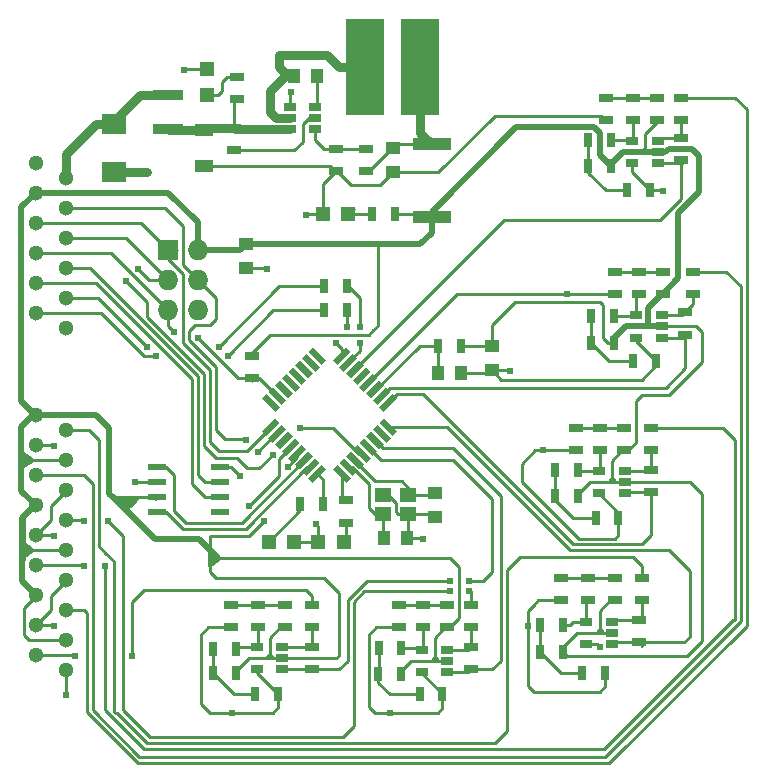
<source format=gbr>
G04 #@! TF.FileFunction,Copper,L1,Top,Signal*
%FSLAX46Y46*%
G04 Gerber Fmt 4.6, Leading zero omitted, Abs format (unit mm)*
G04 Created by KiCad (PCBNEW 4.0.7-e2-6376~58~ubuntu16.04.1) date Tue Dec  5 20:34:02 2017*
%MOMM*%
%LPD*%
G01*
G04 APERTURE LIST*
%ADD10C,0.100000*%
%ADD11R,1.550000X0.600000*%
%ADD12R,1.060000X0.650000*%
%ADD13R,1.250000X1.000000*%
%ADD14R,1.000000X1.250000*%
%ADD15R,1.600000X1.000000*%
%ADD16R,2.159000X1.778000*%
%ADD17R,1.200000X1.200000*%
%ADD18R,2.500000X0.900000*%
%ADD19C,1.300000*%
%ADD20R,3.300000X8.200000*%
%ADD21R,1.727200X1.727200*%
%ADD22O,1.727200X1.727200*%
%ADD23R,1.300000X0.700000*%
%ADD24R,0.700000X1.300000*%
%ADD25R,3.200000X1.000000*%
%ADD26R,1.400000X1.200000*%
%ADD27C,0.609600*%
%ADD28C,0.508000*%
%ADD29C,0.254000*%
%ADD30C,0.762000*%
G04 APERTURE END LIST*
D10*
D11*
X125316000Y-108839000D03*
X125316000Y-110109000D03*
X125316000Y-111379000D03*
X125316000Y-112649000D03*
X130716000Y-112649000D03*
X130716000Y-111379000D03*
X130716000Y-110109000D03*
X130716000Y-108839000D03*
D10*
G36*
X134597666Y-106179445D02*
X134208757Y-105790536D01*
X135340128Y-104659165D01*
X135729037Y-105048074D01*
X134597666Y-106179445D01*
X134597666Y-106179445D01*
G37*
G36*
X135163352Y-106745130D02*
X134774443Y-106356221D01*
X135905814Y-105224850D01*
X136294723Y-105613759D01*
X135163352Y-106745130D01*
X135163352Y-106745130D01*
G37*
G36*
X135729037Y-107310816D02*
X135340128Y-106921907D01*
X136471499Y-105790536D01*
X136860408Y-106179445D01*
X135729037Y-107310816D01*
X135729037Y-107310816D01*
G37*
G36*
X136294722Y-107876501D02*
X135905813Y-107487592D01*
X137037184Y-106356221D01*
X137426093Y-106745130D01*
X136294722Y-107876501D01*
X136294722Y-107876501D01*
G37*
G36*
X136860408Y-108442187D02*
X136471499Y-108053278D01*
X137602870Y-106921907D01*
X137991779Y-107310816D01*
X136860408Y-108442187D01*
X136860408Y-108442187D01*
G37*
G36*
X137426093Y-109007872D02*
X137037184Y-108618963D01*
X138168555Y-107487592D01*
X138557464Y-107876501D01*
X137426093Y-109007872D01*
X137426093Y-109007872D01*
G37*
G36*
X137991779Y-109573557D02*
X137602870Y-109184648D01*
X138734241Y-108053277D01*
X139123150Y-108442186D01*
X137991779Y-109573557D01*
X137991779Y-109573557D01*
G37*
G36*
X138557464Y-110139243D02*
X138168555Y-109750334D01*
X139299926Y-108618963D01*
X139688835Y-109007872D01*
X138557464Y-110139243D01*
X138557464Y-110139243D01*
G37*
G36*
X141739445Y-109750334D02*
X141350536Y-110139243D01*
X140219165Y-109007872D01*
X140608074Y-108618963D01*
X141739445Y-109750334D01*
X141739445Y-109750334D01*
G37*
G36*
X142305130Y-109184648D02*
X141916221Y-109573557D01*
X140784850Y-108442186D01*
X141173759Y-108053277D01*
X142305130Y-109184648D01*
X142305130Y-109184648D01*
G37*
G36*
X142870816Y-108618963D02*
X142481907Y-109007872D01*
X141350536Y-107876501D01*
X141739445Y-107487592D01*
X142870816Y-108618963D01*
X142870816Y-108618963D01*
G37*
G36*
X143436501Y-108053278D02*
X143047592Y-108442187D01*
X141916221Y-107310816D01*
X142305130Y-106921907D01*
X143436501Y-108053278D01*
X143436501Y-108053278D01*
G37*
G36*
X144002187Y-107487592D02*
X143613278Y-107876501D01*
X142481907Y-106745130D01*
X142870816Y-106356221D01*
X144002187Y-107487592D01*
X144002187Y-107487592D01*
G37*
G36*
X144567872Y-106921907D02*
X144178963Y-107310816D01*
X143047592Y-106179445D01*
X143436501Y-105790536D01*
X144567872Y-106921907D01*
X144567872Y-106921907D01*
G37*
G36*
X145133557Y-106356221D02*
X144744648Y-106745130D01*
X143613277Y-105613759D01*
X144002186Y-105224850D01*
X145133557Y-106356221D01*
X145133557Y-106356221D01*
G37*
G36*
X145699243Y-105790536D02*
X145310334Y-106179445D01*
X144178963Y-105048074D01*
X144567872Y-104659165D01*
X145699243Y-105790536D01*
X145699243Y-105790536D01*
G37*
G36*
X144567872Y-104128835D02*
X144178963Y-103739926D01*
X145310334Y-102608555D01*
X145699243Y-102997464D01*
X144567872Y-104128835D01*
X144567872Y-104128835D01*
G37*
G36*
X144002186Y-103563150D02*
X143613277Y-103174241D01*
X144744648Y-102042870D01*
X145133557Y-102431779D01*
X144002186Y-103563150D01*
X144002186Y-103563150D01*
G37*
G36*
X143436501Y-102997464D02*
X143047592Y-102608555D01*
X144178963Y-101477184D01*
X144567872Y-101866093D01*
X143436501Y-102997464D01*
X143436501Y-102997464D01*
G37*
G36*
X142870816Y-102431779D02*
X142481907Y-102042870D01*
X143613278Y-100911499D01*
X144002187Y-101300408D01*
X142870816Y-102431779D01*
X142870816Y-102431779D01*
G37*
G36*
X142305130Y-101866093D02*
X141916221Y-101477184D01*
X143047592Y-100345813D01*
X143436501Y-100734722D01*
X142305130Y-101866093D01*
X142305130Y-101866093D01*
G37*
G36*
X141739445Y-101300408D02*
X141350536Y-100911499D01*
X142481907Y-99780128D01*
X142870816Y-100169037D01*
X141739445Y-101300408D01*
X141739445Y-101300408D01*
G37*
G36*
X141173759Y-100734723D02*
X140784850Y-100345814D01*
X141916221Y-99214443D01*
X142305130Y-99603352D01*
X141173759Y-100734723D01*
X141173759Y-100734723D01*
G37*
G36*
X140608074Y-100169037D02*
X140219165Y-99780128D01*
X141350536Y-98648757D01*
X141739445Y-99037666D01*
X140608074Y-100169037D01*
X140608074Y-100169037D01*
G37*
G36*
X139688835Y-99780128D02*
X139299926Y-100169037D01*
X138168555Y-99037666D01*
X138557464Y-98648757D01*
X139688835Y-99780128D01*
X139688835Y-99780128D01*
G37*
G36*
X139123150Y-100345814D02*
X138734241Y-100734723D01*
X137602870Y-99603352D01*
X137991779Y-99214443D01*
X139123150Y-100345814D01*
X139123150Y-100345814D01*
G37*
G36*
X138557464Y-100911499D02*
X138168555Y-101300408D01*
X137037184Y-100169037D01*
X137426093Y-99780128D01*
X138557464Y-100911499D01*
X138557464Y-100911499D01*
G37*
G36*
X137991779Y-101477184D02*
X137602870Y-101866093D01*
X136471499Y-100734722D01*
X136860408Y-100345813D01*
X137991779Y-101477184D01*
X137991779Y-101477184D01*
G37*
G36*
X137426093Y-102042870D02*
X137037184Y-102431779D01*
X135905813Y-101300408D01*
X136294722Y-100911499D01*
X137426093Y-102042870D01*
X137426093Y-102042870D01*
G37*
G36*
X136860408Y-102608555D02*
X136471499Y-102997464D01*
X135340128Y-101866093D01*
X135729037Y-101477184D01*
X136860408Y-102608555D01*
X136860408Y-102608555D01*
G37*
G36*
X136294723Y-103174241D02*
X135905814Y-103563150D01*
X134774443Y-102431779D01*
X135163352Y-102042870D01*
X136294723Y-103174241D01*
X136294723Y-103174241D01*
G37*
G36*
X135729037Y-103739926D02*
X135340128Y-104128835D01*
X134208757Y-102997464D01*
X134597666Y-102608555D01*
X135729037Y-103739926D01*
X135729037Y-103739926D01*
G37*
D12*
X136568000Y-78298000D03*
X136568000Y-79248000D03*
X136568000Y-80198000D03*
X138768000Y-80198000D03*
X138768000Y-78298000D03*
X138768000Y-79248000D03*
D13*
X153670000Y-98568000D03*
X153670000Y-100568000D03*
D14*
X149114000Y-100838000D03*
X151114000Y-100838000D03*
D15*
X129286000Y-80288000D03*
X129286000Y-83288000D03*
D13*
X132842000Y-89932000D03*
X132842000Y-91932000D03*
D14*
X138922000Y-75692000D03*
X136922000Y-75692000D03*
D13*
X145288000Y-81804000D03*
X145288000Y-83804000D03*
X148844000Y-111014000D03*
X148844000Y-113014000D03*
D14*
X144542000Y-114808000D03*
X146542000Y-114808000D03*
D16*
X121666000Y-83820000D03*
X121666000Y-79756000D03*
D17*
X129540000Y-77300000D03*
X129540000Y-75100000D03*
X141562000Y-87376000D03*
X139362000Y-87376000D03*
D18*
X126238000Y-77290000D03*
X126238000Y-80190000D03*
D19*
X115062000Y-109474000D03*
X115062000Y-106934000D03*
X115062000Y-104394000D03*
X115062000Y-112014000D03*
X117602000Y-105664000D03*
X117602000Y-108204000D03*
X117602000Y-110744000D03*
X117602000Y-113284000D03*
X115062000Y-114554000D03*
X117602000Y-115824000D03*
X115062000Y-117094000D03*
X117602000Y-118364000D03*
X115062000Y-119634000D03*
X117602000Y-120904000D03*
X115062000Y-122174000D03*
X117602000Y-123444000D03*
X115062000Y-124714000D03*
X117602000Y-125984000D03*
X115062000Y-88138000D03*
X115062000Y-85598000D03*
X115062000Y-83058000D03*
X115062000Y-90678000D03*
X117602000Y-84328000D03*
X117602000Y-86868000D03*
X117602000Y-89408000D03*
X117602000Y-91948000D03*
X115062000Y-93218000D03*
X117602000Y-94488000D03*
X115062000Y-95758000D03*
X117602000Y-97028000D03*
D20*
X142938000Y-74930000D03*
X147638000Y-74930000D03*
D21*
X126238000Y-90424000D03*
D22*
X128778000Y-90424000D03*
X126238000Y-92964000D03*
X128778000Y-92964000D03*
X126238000Y-95504000D03*
X128778000Y-95504000D03*
D23*
X132080000Y-77658000D03*
X132080000Y-75758000D03*
D24*
X151064000Y-98552000D03*
X149164000Y-98552000D03*
X139512000Y-95504000D03*
X141412000Y-95504000D03*
D23*
X131826000Y-80076000D03*
X131826000Y-81976000D03*
D24*
X139512000Y-93472000D03*
X141412000Y-93472000D03*
D23*
X140462000Y-81854000D03*
X140462000Y-83754000D03*
X143002000Y-81854000D03*
X143002000Y-83754000D03*
D25*
X148590000Y-87682000D03*
X148590000Y-81482000D03*
D24*
X145476000Y-87376000D03*
X143576000Y-87376000D03*
D23*
X133350000Y-99380000D03*
X133350000Y-101280000D03*
D24*
X159700000Y-124460000D03*
X157800000Y-124460000D03*
X161356000Y-126238000D03*
X163256000Y-126238000D03*
X164018000Y-98298000D03*
X162118000Y-98298000D03*
X165674000Y-99822000D03*
X167574000Y-99822000D03*
X145984000Y-126301500D03*
X144084000Y-126301500D03*
X147576500Y-128016000D03*
X149476500Y-128016000D03*
D23*
X166370000Y-120076000D03*
X166370000Y-118176000D03*
X170751500Y-94168000D03*
X170751500Y-92268000D03*
X151892000Y-122362000D03*
X151892000Y-120462000D03*
D24*
X159700000Y-122174000D03*
X157800000Y-122174000D03*
X164018000Y-96012000D03*
X162118000Y-96012000D03*
D23*
X164084000Y-120076000D03*
X164084000Y-118176000D03*
X168148000Y-94168000D03*
X168148000Y-92268000D03*
D24*
X146032500Y-124157000D03*
X144132500Y-124157000D03*
D23*
X161798000Y-120076000D03*
X161798000Y-118176000D03*
X166116000Y-94168000D03*
X166116000Y-92268000D03*
X149860000Y-122362000D03*
X149860000Y-120462000D03*
X159512000Y-118176000D03*
X159512000Y-120076000D03*
X164084000Y-92268000D03*
X164084000Y-94168000D03*
X147828000Y-122362000D03*
X147828000Y-120462000D03*
X166116000Y-123632000D03*
X166116000Y-121732000D03*
X170044500Y-97594500D03*
X170044500Y-95694500D03*
X145796000Y-120462000D03*
X145796000Y-122362000D03*
X151892000Y-125918000D03*
X151892000Y-124018000D03*
D24*
X160970000Y-111252000D03*
X159070000Y-111252000D03*
X162499000Y-113093500D03*
X164399000Y-113093500D03*
X163764000Y-83312000D03*
X161864000Y-83312000D03*
X165166000Y-85344000D03*
X167066000Y-85344000D03*
X132014000Y-126238000D03*
X130114000Y-126238000D03*
X133670000Y-128016000D03*
X135570000Y-128016000D03*
D23*
X167132000Y-107376000D03*
X167132000Y-105476000D03*
X169672000Y-79436000D03*
X169672000Y-77536000D03*
D24*
X160971500Y-109085000D03*
X159071500Y-109085000D03*
X163765500Y-81145000D03*
X161865500Y-81145000D03*
D23*
X138430000Y-122362000D03*
X138430000Y-120462000D03*
X164846000Y-107376000D03*
X164846000Y-105476000D03*
X167640000Y-79436000D03*
X167640000Y-77536000D03*
X162814000Y-107376000D03*
X162814000Y-105476000D03*
X165608000Y-79436000D03*
X165608000Y-77536000D03*
D24*
X132014000Y-124206000D03*
X130114000Y-124206000D03*
D23*
X136144000Y-122362000D03*
X136144000Y-120462000D03*
X160782000Y-105476000D03*
X160782000Y-107376000D03*
X163322000Y-77536000D03*
X163322000Y-79436000D03*
X133858000Y-122362000D03*
X133858000Y-120462000D03*
X167132000Y-110932000D03*
X167132000Y-109032000D03*
X169673500Y-82857000D03*
X169673500Y-80957000D03*
X131572000Y-120462000D03*
X131572000Y-122362000D03*
X138430000Y-125918000D03*
X138430000Y-124018000D03*
D12*
X163844000Y-123818000D03*
X163844000Y-122868000D03*
X163844000Y-121918000D03*
X161644000Y-121918000D03*
X161644000Y-123818000D03*
X168096500Y-97848500D03*
X168096500Y-96898500D03*
X168096500Y-95948500D03*
X165896500Y-95948500D03*
X165896500Y-97848500D03*
X149944000Y-126172000D03*
X149944000Y-125222000D03*
X149944000Y-124272000D03*
X147744000Y-124272000D03*
X147744000Y-126172000D03*
X164931500Y-111051000D03*
X164931500Y-110101000D03*
X164931500Y-109151000D03*
X162731500Y-109151000D03*
X162731500Y-111051000D03*
X167725500Y-83111000D03*
X167725500Y-82161000D03*
X167725500Y-81211000D03*
X165525500Y-81211000D03*
X165525500Y-83111000D03*
X135974000Y-125918000D03*
X135974000Y-124968000D03*
X135974000Y-124018000D03*
X133774000Y-124018000D03*
X133774000Y-125918000D03*
D26*
X146642000Y-111214000D03*
X144442000Y-111214000D03*
X144442000Y-112814000D03*
X146642000Y-112814000D03*
D17*
X134790000Y-115128000D03*
X136990000Y-115128000D03*
X141181000Y-115128000D03*
X138981000Y-115128000D03*
D24*
X139380000Y-111953000D03*
X137480000Y-111953000D03*
D23*
X141351000Y-111638000D03*
X141351000Y-113538000D03*
D27*
X133096000Y-112080000D03*
X134366000Y-113350000D03*
X124523500Y-83820000D03*
X127635000Y-75184000D03*
X160083500Y-94170500D03*
X138811000Y-113604000D03*
X131699000Y-129606000D03*
X145034000Y-129606000D03*
X156718000Y-122240000D03*
X136398000Y-108778000D03*
X117602000Y-128082000D03*
X116586000Y-122240000D03*
X116586000Y-114620000D03*
X116586000Y-107000000D03*
X147828000Y-114874000D03*
X132334000Y-109540000D03*
X123444000Y-110048000D03*
X162814000Y-124018000D03*
X157988000Y-107376000D03*
X155194000Y-100650000D03*
X168148000Y-85410000D03*
X137922000Y-87442000D03*
X134620000Y-92014000D03*
X136652000Y-77028000D03*
X133858000Y-107508000D03*
X132842000Y-106492000D03*
X137414000Y-105476000D03*
X135128000Y-107762000D03*
X123698000Y-92014000D03*
X122682000Y-93030000D03*
X151765000Y-118430000D03*
X150114000Y-118430000D03*
X142494000Y-98298000D03*
X142494000Y-96964500D03*
X140462000Y-98298000D03*
X141414500Y-96964500D03*
X128778000Y-97856000D03*
X126746000Y-97348000D03*
X151765000Y-119319000D03*
X150114000Y-119319000D03*
X119126000Y-113350000D03*
X121158000Y-113350000D03*
X119126000Y-117160000D03*
X120904000Y-117160000D03*
X118364000Y-124780000D03*
X123190000Y-124780000D03*
X130556000Y-98618000D03*
X124460000Y-98618000D03*
X131318000Y-99380000D03*
X125222000Y-99380000D03*
D28*
X121285000Y-111061500D02*
X121602500Y-111379000D01*
X121602500Y-111379000D02*
X125158500Y-114935000D01*
D29*
X125316000Y-111379000D02*
X121602500Y-111379000D01*
X117602000Y-108204000D02*
X114300000Y-108204000D01*
X114300000Y-108204000D02*
X113855500Y-107759500D01*
D28*
X164018000Y-98298000D02*
X164018000Y-97919500D01*
X164018000Y-97919500D02*
X165039000Y-96898500D01*
X165039000Y-96898500D02*
X168096500Y-96898500D01*
X168148000Y-94168000D02*
X168087000Y-94168000D01*
X168087000Y-94168000D02*
X166878000Y-95377000D01*
X166878000Y-95377000D02*
X166878000Y-96586000D01*
X167725500Y-82161000D02*
X168346500Y-82161000D01*
X169481500Y-92834500D02*
X168148000Y-94168000D01*
X169481500Y-87312500D02*
X169481500Y-92834500D01*
X171259500Y-85534500D02*
X169481500Y-87312500D01*
X171259500Y-82486500D02*
X171259500Y-85534500D01*
X170624500Y-81851500D02*
X171259500Y-82486500D01*
X168656000Y-81851500D02*
X170624500Y-81851500D01*
X168346500Y-82161000D02*
X168656000Y-81851500D01*
X163764000Y-83312000D02*
X163764000Y-83190000D01*
X163764000Y-83190000D02*
X164793000Y-82161000D01*
X164793000Y-82161000D02*
X167725500Y-82161000D01*
X148590000Y-87682000D02*
X148590000Y-87185500D01*
X148590000Y-87185500D02*
X155765500Y-80010000D01*
X162814000Y-82362000D02*
X163764000Y-83312000D01*
X162814000Y-80518000D02*
X162814000Y-82362000D01*
X162306000Y-80010000D02*
X162814000Y-80518000D01*
X155765500Y-80010000D02*
X162306000Y-80010000D01*
D29*
X143638250Y-97219750D02*
X143256000Y-97602000D01*
X143256000Y-97602000D02*
X140020000Y-97602000D01*
X133350000Y-99126000D02*
X134874000Y-97602000D01*
X134874000Y-97602000D02*
X140020000Y-97602000D01*
X143638250Y-97219750D02*
X144018000Y-96840000D01*
X144018000Y-96840000D02*
X144018000Y-89932000D01*
X144526000Y-89932000D02*
X144018000Y-89932000D01*
X147624000Y-89932000D02*
X144526000Y-89932000D01*
D28*
X132842000Y-89932000D02*
X144065500Y-89932000D01*
X144065500Y-89932000D02*
X147624000Y-89932000D01*
X147624000Y-89932000D02*
X148590000Y-88966000D01*
X148590000Y-88966000D02*
X148590000Y-87682000D01*
X128778000Y-90424000D02*
X132350000Y-90424000D01*
X132350000Y-90424000D02*
X132842000Y-89932000D01*
X115062000Y-85598000D02*
X126301500Y-85598000D01*
X128778000Y-88074500D02*
X128778000Y-90424000D01*
X126301500Y-85598000D02*
X128778000Y-88074500D01*
D29*
X122745500Y-111569500D02*
X123571000Y-111569500D01*
D28*
X115062000Y-104394000D02*
X120205500Y-104394000D01*
X128905000Y-114935000D02*
X130495000Y-116525000D01*
X125158500Y-114935000D02*
X128905000Y-114935000D01*
X121285000Y-105473500D02*
X121285000Y-111061500D01*
X120205500Y-104394000D02*
X121285000Y-105473500D01*
X115062000Y-112014000D02*
X114998500Y-112014000D01*
X114998500Y-112014000D02*
X113919000Y-113093500D01*
X113919000Y-118491000D02*
X115062000Y-119634000D01*
X113919000Y-113093500D02*
X113919000Y-118491000D01*
X115062000Y-104394000D02*
X114871500Y-104394000D01*
X114871500Y-104394000D02*
X113855500Y-105410000D01*
X113855500Y-105410000D02*
X113855500Y-107759500D01*
X113855500Y-110807500D02*
X115062000Y-112014000D01*
X113855500Y-107759500D02*
X113855500Y-110807500D01*
X115062000Y-104394000D02*
X114996000Y-104394000D01*
X114996000Y-104394000D02*
X113855500Y-103253500D01*
X113855500Y-86804500D02*
X115062000Y-85598000D01*
X113855500Y-103253500D02*
X113855500Y-86804500D01*
D29*
X122745500Y-111950500D02*
X123190000Y-111950500D01*
X123063000Y-111950500D02*
X123063000Y-112077500D01*
X123190000Y-111950500D02*
X123063000Y-111950500D01*
X122745500Y-111760000D02*
X123380500Y-111760000D01*
X123380500Y-111760000D02*
X123190000Y-111760000D01*
X123444000Y-111633000D02*
X123444000Y-111696500D01*
X123507500Y-111633000D02*
X123444000Y-111633000D01*
X123571000Y-111569500D02*
X123507500Y-111633000D01*
X122745500Y-112395000D02*
X123063000Y-112077500D01*
X123063000Y-112077500D02*
X123444000Y-111696500D01*
X123444000Y-111696500D02*
X123761500Y-111379000D01*
X123761500Y-111379000D02*
X123698000Y-111379000D01*
X123571000Y-111506000D02*
X123571000Y-111379000D01*
X123698000Y-111379000D02*
X123571000Y-111506000D01*
X122745500Y-111379000D02*
X122745500Y-111569500D01*
X122745500Y-111569500D02*
X122745500Y-111760000D01*
X122745500Y-111760000D02*
X122745500Y-111950500D01*
X122745500Y-111950500D02*
X122745500Y-112395000D01*
X122745500Y-112395000D02*
X122745500Y-112397500D01*
X122745500Y-112397500D02*
X122745500Y-112268000D01*
X122745500Y-112268000D02*
X122745500Y-112397500D01*
X122301000Y-111379000D02*
X122364500Y-111379000D01*
X122364500Y-111379000D02*
X122682000Y-111696500D01*
X122301000Y-111379000D02*
X122301000Y-111379000D01*
X122301000Y-111379000D02*
X122301000Y-111506000D01*
X122301000Y-111506000D02*
X122682000Y-111887000D01*
X121855250Y-111507250D02*
X122048250Y-111507250D01*
X122048250Y-111507250D02*
X122618500Y-112077500D01*
X135255000Y-124968000D02*
X135191500Y-124968000D01*
X135191500Y-124968000D02*
X134874000Y-124650500D01*
X134556500Y-124968000D02*
X134874000Y-124650500D01*
X134810500Y-124714000D02*
X134874000Y-124714000D01*
X134874000Y-124650500D02*
X134810500Y-124714000D01*
X149098000Y-125222000D02*
X149098000Y-125158500D01*
X149098000Y-125158500D02*
X148844000Y-124904500D01*
X148590000Y-125222000D02*
X148590000Y-125158500D01*
X148590000Y-125158500D02*
X148844000Y-124904500D01*
X163068000Y-122868000D02*
X163068000Y-122809000D01*
X163068000Y-122809000D02*
X162814000Y-122555000D01*
X162560000Y-122868000D02*
X162560000Y-122809000D01*
X162560000Y-122809000D02*
X162814000Y-122555000D01*
X164084000Y-110101000D02*
X164084000Y-109982000D01*
X164084000Y-109982000D02*
X163830000Y-109728000D01*
X163576000Y-110101000D02*
X163576000Y-109982000D01*
X163576000Y-109982000D02*
X163830000Y-109728000D01*
X166941500Y-82161000D02*
X166941500Y-82105500D01*
X166941500Y-82105500D02*
X166624000Y-81788000D01*
X166306500Y-82161000D02*
X166306500Y-82105500D01*
X166306500Y-82105500D02*
X166624000Y-81788000D01*
X156019500Y-94808000D02*
X155636000Y-94808000D01*
X153670000Y-96774000D02*
X153670000Y-98568000D01*
X155636000Y-94808000D02*
X153670000Y-96774000D01*
X122745500Y-112397500D02*
X121855250Y-111507250D01*
X121855250Y-111507250D02*
X121539000Y-111191000D01*
X149860000Y-122362000D02*
X150119000Y-122362000D01*
X150119000Y-122362000D02*
X150876000Y-121605000D01*
X150876000Y-121605000D02*
X150876000Y-117287000D01*
X150876000Y-117287000D02*
X150114000Y-116525000D01*
X150114000Y-116525000D02*
X130495000Y-116525000D01*
X130495000Y-116525000D02*
X129794000Y-116525000D01*
X161544000Y-124780000D02*
X160020000Y-124780000D01*
X160020000Y-124780000D02*
X159700000Y-124460000D01*
X159700000Y-124460000D02*
X159700000Y-124084000D01*
X159700000Y-124084000D02*
X160916000Y-122868000D01*
X160916000Y-122868000D02*
X162560000Y-122868000D01*
X162560000Y-122868000D02*
X163068000Y-122868000D01*
X163068000Y-122868000D02*
X163844000Y-122868000D01*
X115062000Y-119634000D02*
X115062000Y-119700000D01*
X115062000Y-119700000D02*
X114046000Y-120716000D01*
X114488000Y-123444000D02*
X117602000Y-123444000D01*
X114046000Y-123002000D02*
X114488000Y-123444000D01*
X114046000Y-120716000D02*
X114046000Y-123002000D01*
X114046000Y-116652000D02*
X114046000Y-113030000D01*
X114046000Y-113030000D02*
X115062000Y-112014000D01*
X149860000Y-122362000D02*
X149992000Y-122362000D01*
X164846000Y-107376000D02*
X165232000Y-107376000D01*
X165232000Y-107376000D02*
X165862000Y-106746000D01*
X171000500Y-96898500D02*
X168096500Y-96898500D01*
X171450000Y-97348000D02*
X171000500Y-96898500D01*
X171450000Y-99888000D02*
X171450000Y-97348000D01*
X168656000Y-102682000D02*
X171450000Y-99888000D01*
X166370000Y-102682000D02*
X168656000Y-102682000D01*
X165862000Y-103190000D02*
X166370000Y-102682000D01*
X165862000Y-106746000D02*
X165862000Y-103190000D01*
X170487000Y-110101000D02*
X164931500Y-110101000D01*
X171450000Y-111064000D02*
X170487000Y-110101000D01*
X171450000Y-123510000D02*
X171450000Y-111064000D01*
X170180000Y-124780000D02*
X171450000Y-123510000D01*
X161544000Y-124780000D02*
X170180000Y-124780000D01*
X168148000Y-94168000D02*
X168534000Y-94168000D01*
X115062000Y-112014000D02*
X114742000Y-112014000D01*
X115062000Y-119634000D02*
X114742000Y-119634000D01*
X114620000Y-115824000D02*
X117602000Y-115824000D01*
X114046000Y-116398000D02*
X114620000Y-115824000D01*
X114046000Y-116652000D02*
X114046000Y-116398000D01*
X133350000Y-114366000D02*
X134366000Y-113350000D01*
X135636000Y-108146314D02*
X136665953Y-107116361D01*
X135636000Y-109540000D02*
X135636000Y-108146314D01*
X133096000Y-112080000D02*
X135636000Y-109540000D01*
X135974000Y-124968000D02*
X140528000Y-124968000D01*
X140528000Y-124968000D02*
X140716000Y-124780000D01*
X140716000Y-124780000D02*
X140716000Y-119446000D01*
X140716000Y-119446000D02*
X139446000Y-118176000D01*
X139446000Y-118176000D02*
X138176000Y-118176000D01*
X138176000Y-118176000D02*
X130302000Y-118176000D01*
X130302000Y-118176000D02*
X129794000Y-117668000D01*
X129794000Y-117668000D02*
X129794000Y-116652000D01*
X129794000Y-116652000D02*
X129794000Y-116525000D01*
X129794000Y-116525000D02*
X129794000Y-114620000D01*
X115062000Y-119192000D02*
X115062000Y-119634000D01*
X115062000Y-112014000D02*
X115128000Y-112014000D01*
X133350000Y-99380000D02*
X133350000Y-99126000D01*
X167640000Y-79436000D02*
X167640000Y-79568000D01*
X167640000Y-79568000D02*
X166624000Y-80584000D01*
X166624000Y-80584000D02*
X166624000Y-81788000D01*
X166624000Y-81788000D02*
X166624000Y-82161000D01*
X163764000Y-83190000D02*
X164793000Y-82161000D01*
X166306500Y-82161000D02*
X166624000Y-82161000D01*
X166624000Y-82161000D02*
X166941500Y-82161000D01*
X166941500Y-82161000D02*
X167725500Y-82161000D01*
X168148000Y-94168000D02*
X168148000Y-94300000D01*
X166878000Y-96586000D02*
X166878000Y-96898500D01*
X164018000Y-98298000D02*
X164018000Y-98176000D01*
X166878000Y-96898500D02*
X167132000Y-96898500D01*
X167132000Y-96898500D02*
X168096500Y-96898500D01*
X164846000Y-107376000D02*
X164724000Y-107376000D01*
X164724000Y-107376000D02*
X163830000Y-108270000D01*
X163830000Y-108270000D02*
X163830000Y-109728000D01*
X163830000Y-109728000D02*
X163830000Y-110101000D01*
X160970000Y-111252000D02*
X160970000Y-111130000D01*
X160970000Y-111130000D02*
X161999000Y-110101000D01*
X161999000Y-110101000D02*
X163576000Y-110101000D01*
X163576000Y-110101000D02*
X163830000Y-110101000D01*
X163830000Y-110101000D02*
X164084000Y-110101000D01*
X164084000Y-110101000D02*
X164931500Y-110101000D01*
X164084000Y-120076000D02*
X163708000Y-120076000D01*
X163708000Y-120076000D02*
X162814000Y-120970000D01*
X162814000Y-120970000D02*
X162814000Y-122555000D01*
X162814000Y-122555000D02*
X162814000Y-122868000D01*
X162814000Y-122868000D02*
X163844000Y-122868000D01*
X149860000Y-122362000D02*
X149738000Y-122362000D01*
X149738000Y-122362000D02*
X148844000Y-123256000D01*
X148844000Y-123256000D02*
X148844000Y-124904500D01*
X148844000Y-124904500D02*
X148844000Y-125222000D01*
X145984000Y-126301500D02*
X145984000Y-126116000D01*
X145984000Y-126116000D02*
X146878000Y-125222000D01*
X146878000Y-125222000D02*
X148590000Y-125222000D01*
X148590000Y-125222000D02*
X148844000Y-125222000D01*
X148844000Y-125222000D02*
X149098000Y-125222000D01*
X149098000Y-125222000D02*
X149944000Y-125222000D01*
X136144000Y-122362000D02*
X135768000Y-122362000D01*
X135768000Y-122362000D02*
X134874000Y-123256000D01*
X134874000Y-123256000D02*
X134874000Y-124714000D01*
X134874000Y-124714000D02*
X134874000Y-124968000D01*
X132014000Y-126238000D02*
X132014000Y-126116000D01*
X132014000Y-126116000D02*
X133162000Y-124968000D01*
X133162000Y-124968000D02*
X134556500Y-124968000D01*
X134556500Y-124968000D02*
X134874000Y-124968000D01*
X134874000Y-124968000D02*
X135255000Y-124968000D01*
X135255000Y-124968000D02*
X135974000Y-124968000D01*
X123571000Y-111379000D02*
X122745500Y-111379000D01*
X122745500Y-111379000D02*
X122301000Y-111379000D01*
X122301000Y-111379000D02*
X121727000Y-111379000D01*
X121727000Y-111379000D02*
X121539000Y-111191000D01*
X117602000Y-108204000D02*
X117602000Y-108016000D01*
X115062000Y-112014000D02*
X115382000Y-112014000D01*
X117602000Y-115824000D02*
X117536000Y-115824000D01*
X115062000Y-119634000D02*
X115062000Y-119192000D01*
X117602000Y-123444000D02*
X117602000Y-123256000D01*
X164084000Y-120076000D02*
X164216000Y-120076000D01*
X145984000Y-126301500D02*
X145793500Y-126301500D01*
X164018000Y-98298000D02*
X163510000Y-98298000D01*
X162814000Y-94808000D02*
X159258000Y-94808000D01*
X163068000Y-95062000D02*
X162814000Y-94808000D01*
X163068000Y-97856000D02*
X163068000Y-95062000D01*
X163510000Y-98298000D02*
X163068000Y-97856000D01*
X159258000Y-94808000D02*
X156019500Y-94808000D01*
X129270000Y-89932000D02*
X128778000Y-90424000D01*
X148590000Y-87682000D02*
X148590000Y-88966000D01*
X148336000Y-89220000D02*
X147624000Y-89932000D01*
X148590000Y-88966000D02*
X148336000Y-89220000D01*
X136665953Y-107116361D02*
X136665953Y-107240047D01*
X133096000Y-114620000D02*
X130556000Y-114620000D01*
X133350000Y-114366000D02*
X133096000Y-114620000D01*
X130556000Y-114620000D02*
X130302000Y-114620000D01*
X130302000Y-114620000D02*
X129794000Y-114620000D01*
X125173000Y-111522000D02*
X125316000Y-111379000D01*
X151064000Y-98552000D02*
X153654000Y-98552000D01*
X153654000Y-98552000D02*
X153670000Y-98568000D01*
D28*
X149860000Y-122362000D02*
X149860000Y-122428000D01*
X145984000Y-126301500D02*
X145986500Y-126301500D01*
X164084000Y-120076000D02*
X163896000Y-120076000D01*
X164846000Y-107376000D02*
X164658000Y-107376000D01*
X160970000Y-111252000D02*
X160970000Y-111064000D01*
X168148000Y-94168000D02*
X167960000Y-94168000D01*
X167640000Y-79436000D02*
X167640000Y-79502000D01*
X163764000Y-83312000D02*
X163764000Y-83124000D01*
D29*
X145476000Y-87376000D02*
X148284000Y-87376000D01*
X148284000Y-87376000D02*
X148590000Y-87682000D01*
D30*
X121666000Y-83820000D02*
X124523500Y-83820000D01*
D29*
X127952500Y-75100000D02*
X127719000Y-75100000D01*
X127719000Y-75100000D02*
X127635000Y-75184000D01*
X160083500Y-94170500D02*
X160083500Y-94168000D01*
X138981000Y-113774000D02*
X138981000Y-115128000D01*
X138811000Y-113604000D02*
X138981000Y-113774000D01*
X136990000Y-115128000D02*
X138981000Y-115128000D01*
X156718000Y-121478000D02*
X156718000Y-122240000D01*
X137231639Y-107682047D02*
X137231639Y-107944361D01*
X137231639Y-107944361D02*
X136398000Y-108778000D01*
X144442000Y-111214000D02*
X144930000Y-111214000D01*
X144930000Y-111214000D02*
X145542000Y-111826000D01*
X145542000Y-111826000D02*
X145542000Y-112588000D01*
X145542000Y-112588000D02*
X145768000Y-112814000D01*
X145768000Y-112814000D02*
X146642000Y-112814000D01*
X117602000Y-125984000D02*
X117602000Y-128082000D01*
X115062000Y-122174000D02*
X116520000Y-122174000D01*
X116520000Y-122174000D02*
X116586000Y-122240000D01*
X117602000Y-118364000D02*
X117602000Y-118430000D01*
X117602000Y-118430000D02*
X116332000Y-119700000D01*
X116332000Y-119700000D02*
X116332000Y-120904000D01*
X116332000Y-120904000D02*
X115062000Y-122174000D01*
X115062000Y-114554000D02*
X116520000Y-114554000D01*
X116520000Y-114554000D02*
X116586000Y-114620000D01*
X117602000Y-110744000D02*
X117602000Y-110810000D01*
X117602000Y-110810000D02*
X116332000Y-112080000D01*
X116332000Y-112080000D02*
X116332000Y-113284000D01*
X116332000Y-113284000D02*
X115062000Y-114554000D01*
X115062000Y-106934000D02*
X116520000Y-106934000D01*
X116520000Y-106934000D02*
X116586000Y-107000000D01*
X115062000Y-83058000D02*
X115382000Y-83058000D01*
X127952500Y-75100000D02*
X129540000Y-75100000D01*
X146542000Y-114808000D02*
X147762000Y-114808000D01*
X147762000Y-114808000D02*
X147828000Y-114874000D01*
X146642000Y-112814000D02*
X146642000Y-114708000D01*
X146642000Y-114708000D02*
X146542000Y-114808000D01*
X146642000Y-112814000D02*
X148644000Y-112814000D01*
X148644000Y-112814000D02*
X148844000Y-113014000D01*
X130716000Y-108839000D02*
X131633000Y-108839000D01*
X131633000Y-108839000D02*
X132334000Y-109540000D01*
X125316000Y-110109000D02*
X123505000Y-110109000D01*
X123505000Y-110109000D02*
X123444000Y-110048000D01*
X135570000Y-128016000D02*
X135570000Y-129164000D01*
X129672000Y-122362000D02*
X131572000Y-122362000D01*
X129032000Y-123002000D02*
X129672000Y-122362000D01*
X129032000Y-128844000D02*
X129032000Y-123002000D01*
X129794000Y-129606000D02*
X129032000Y-128844000D01*
X135128000Y-129606000D02*
X131699000Y-129606000D01*
X131699000Y-129606000D02*
X131826000Y-129606000D01*
X131826000Y-129606000D02*
X129794000Y-129606000D01*
X135570000Y-129164000D02*
X135128000Y-129606000D01*
X133774000Y-125918000D02*
X133774000Y-126220000D01*
X133774000Y-126220000D02*
X135570000Y-128016000D01*
X149476500Y-128016000D02*
X149476500Y-129227500D01*
X143896000Y-122362000D02*
X145796000Y-122362000D01*
X143256000Y-123002000D02*
X143896000Y-122362000D01*
X143256000Y-129098000D02*
X143256000Y-123002000D01*
X143764000Y-129606000D02*
X143256000Y-129098000D01*
X149098000Y-129606000D02*
X145288000Y-129606000D01*
X145288000Y-129606000D02*
X145034000Y-129606000D01*
X145034000Y-129606000D02*
X143764000Y-129606000D01*
X149476500Y-129227500D02*
X149098000Y-129606000D01*
X147744000Y-126172000D02*
X147744000Y-126283500D01*
X147744000Y-126283500D02*
X149476500Y-128016000D01*
X163256000Y-126238000D02*
X163256000Y-127386000D01*
X157612000Y-120076000D02*
X159512000Y-120076000D01*
X156718000Y-120970000D02*
X157226000Y-120462000D01*
X157226000Y-120462000D02*
X157612000Y-120076000D01*
X156718000Y-127320000D02*
X156718000Y-121478000D01*
X156718000Y-121478000D02*
X156718000Y-120970000D01*
X157226000Y-127828000D02*
X156718000Y-127320000D01*
X162814000Y-127828000D02*
X157226000Y-127828000D01*
X163256000Y-127386000D02*
X162814000Y-127828000D01*
X161644000Y-123818000D02*
X162614000Y-123818000D01*
X162614000Y-123818000D02*
X162814000Y-124018000D01*
X164399000Y-113093500D02*
X164399000Y-114559000D01*
X157358000Y-107376000D02*
X157988000Y-107376000D01*
X157988000Y-107376000D02*
X160782000Y-107376000D01*
X156210000Y-108524000D02*
X157358000Y-107376000D01*
X156210000Y-110048000D02*
X156210000Y-108524000D01*
X161036000Y-114874000D02*
X156210000Y-110048000D01*
X164084000Y-114874000D02*
X161036000Y-114874000D01*
X164399000Y-114559000D02*
X164084000Y-114874000D01*
X164399000Y-113093500D02*
X164399000Y-112718500D01*
X164399000Y-112718500D02*
X162731500Y-111051000D01*
X153670000Y-100568000D02*
X155112000Y-100568000D01*
X155112000Y-100568000D02*
X155194000Y-100650000D01*
X167574000Y-99822000D02*
X167574000Y-100208000D01*
X167574000Y-100208000D02*
X166370000Y-101412000D01*
X154514000Y-101412000D02*
X153670000Y-100568000D01*
X166370000Y-101412000D02*
X154514000Y-101412000D01*
X165896500Y-97848500D02*
X165896500Y-98144500D01*
X165896500Y-98144500D02*
X167574000Y-99822000D01*
X164084000Y-94168000D02*
X161290000Y-94168000D01*
X161290000Y-94168000D02*
X160083500Y-94168000D01*
X160083500Y-94168000D02*
X150745686Y-94168000D01*
X150745686Y-94168000D02*
X143242047Y-101671639D01*
X151114000Y-100838000D02*
X153400000Y-100838000D01*
X153400000Y-100838000D02*
X153670000Y-100568000D01*
X167066000Y-85344000D02*
X168082000Y-85344000D01*
X168082000Y-85344000D02*
X168148000Y-85410000D01*
X165525500Y-83111000D02*
X165525500Y-83803500D01*
X165525500Y-83803500D02*
X167066000Y-85344000D01*
X145288000Y-83804000D02*
X149180000Y-83804000D01*
X162946000Y-79060000D02*
X163322000Y-79436000D01*
X153924000Y-79060000D02*
X162946000Y-79060000D01*
X149180000Y-83804000D02*
X153924000Y-79060000D01*
X139362000Y-87376000D02*
X137988000Y-87376000D01*
X137988000Y-87376000D02*
X137922000Y-87442000D01*
X132842000Y-91932000D02*
X134538000Y-91932000D01*
X134538000Y-91932000D02*
X134620000Y-92014000D01*
X136568000Y-78298000D02*
X136568000Y-77112000D01*
X136568000Y-77112000D02*
X136652000Y-77028000D01*
X140462000Y-83754000D02*
X140584000Y-83754000D01*
X140584000Y-83754000D02*
X141732000Y-84902000D01*
X144190000Y-84902000D02*
X145288000Y-83804000D01*
X141732000Y-84902000D02*
X144190000Y-84902000D01*
X139362000Y-87376000D02*
X139362000Y-84854000D01*
X139362000Y-84854000D02*
X140462000Y-83754000D01*
X129286000Y-83288000D02*
X139996000Y-83288000D01*
X139996000Y-83288000D02*
X140462000Y-83754000D01*
X149164000Y-98552000D02*
X149164000Y-100788000D01*
X149164000Y-100788000D02*
X149114000Y-100838000D01*
X143807732Y-102237324D02*
X143888676Y-102237324D01*
X143888676Y-102237324D02*
X147574000Y-98552000D01*
X147574000Y-98552000D02*
X149164000Y-98552000D01*
X149164000Y-98552000D02*
X149050500Y-98665500D01*
X131826000Y-80076000D02*
X131826000Y-77912000D01*
X131826000Y-77912000D02*
X132080000Y-77658000D01*
D30*
X129286000Y-80288000D02*
X126336000Y-80288000D01*
X126336000Y-80288000D02*
X126238000Y-80190000D01*
X131826000Y-80076000D02*
X129498000Y-80076000D01*
X129498000Y-80076000D02*
X129286000Y-80288000D01*
X136568000Y-80198000D02*
X131948000Y-80198000D01*
X131948000Y-80198000D02*
X131826000Y-80076000D01*
D29*
X129286000Y-80288000D02*
X129960500Y-80288000D01*
X138922000Y-75692000D02*
X138922000Y-78144000D01*
X138922000Y-78144000D02*
X138768000Y-78298000D01*
X138858000Y-78208000D02*
X138768000Y-78298000D01*
D30*
X136922000Y-75692000D02*
X136144000Y-75692000D01*
X135417598Y-79283598D02*
X136568000Y-79283598D01*
X134874000Y-78740000D02*
X135417598Y-79283598D01*
X134874000Y-76962000D02*
X134874000Y-78740000D01*
X136144000Y-75692000D02*
X134874000Y-76962000D01*
X136568000Y-79283598D02*
X136568000Y-79248000D01*
X136922000Y-75692000D02*
X136398000Y-75692000D01*
X140716000Y-74930000D02*
X142938000Y-74930000D01*
X139700000Y-73914000D02*
X140716000Y-74930000D01*
X135636000Y-73914000D02*
X139700000Y-73914000D01*
X135636000Y-74930000D02*
X135636000Y-73914000D01*
X136398000Y-75692000D02*
X135636000Y-74930000D01*
X142888000Y-74980000D02*
X142938000Y-74930000D01*
D29*
X145288000Y-81804000D02*
X145272000Y-81804000D01*
X145272000Y-81804000D02*
X143322000Y-83754000D01*
X143322000Y-83754000D02*
X143002000Y-83754000D01*
X148590000Y-81482000D02*
X145610000Y-81482000D01*
X145610000Y-81482000D02*
X145288000Y-81804000D01*
D30*
X147638000Y-74930000D02*
X147638000Y-80530000D01*
X147638000Y-80530000D02*
X148590000Y-81482000D01*
X147888000Y-75180000D02*
X147638000Y-74930000D01*
D29*
X147638000Y-74930000D02*
X147638000Y-72822500D01*
X147888000Y-75180000D02*
X147638000Y-74930000D01*
X142110676Y-108247732D02*
X142110676Y-108328676D01*
X142110676Y-108328676D02*
X143764000Y-109982000D01*
X146642000Y-110574000D02*
X146642000Y-111214000D01*
X146050000Y-109982000D02*
X146642000Y-110574000D01*
X143764000Y-109982000D02*
X146050000Y-109982000D01*
X146642000Y-111214000D02*
X146520000Y-111214000D01*
X142283732Y-108247732D02*
X142110676Y-108247732D01*
X146642000Y-111214000D02*
X148644000Y-111214000D01*
X148644000Y-111214000D02*
X148844000Y-111014000D01*
X146696000Y-111268000D02*
X146642000Y-111214000D01*
X146696000Y-111268000D02*
X146642000Y-111214000D01*
X144442000Y-112814000D02*
X144442000Y-114708000D01*
X144442000Y-114708000D02*
X144542000Y-114808000D01*
X141544990Y-108813417D02*
X141833417Y-108813417D01*
X141833417Y-108813417D02*
X143256000Y-110236000D01*
X143256000Y-110236000D02*
X143256000Y-112268000D01*
X143256000Y-112268000D02*
X143802000Y-112814000D01*
X143802000Y-112814000D02*
X144442000Y-112814000D01*
X144542000Y-112914000D02*
X144442000Y-112814000D01*
X144542000Y-112914000D02*
X144442000Y-112814000D01*
X144442000Y-112814000D02*
X144056000Y-112814000D01*
D30*
X121666000Y-79756000D02*
X121666000Y-79502000D01*
X121666000Y-79502000D02*
X123878000Y-77290000D01*
X123878000Y-77290000D02*
X126238000Y-77290000D01*
X117602000Y-84328000D02*
X117602000Y-82296000D01*
X120142000Y-79756000D02*
X121666000Y-79756000D01*
X117602000Y-82296000D02*
X120142000Y-79756000D01*
D29*
X129540000Y-77300000D02*
X130472000Y-77300000D01*
X131252000Y-75758000D02*
X132080000Y-75758000D01*
X130810000Y-76200000D02*
X131252000Y-75758000D01*
X130810000Y-76962000D02*
X130810000Y-76200000D01*
X130472000Y-77300000D02*
X130810000Y-76962000D01*
X143576000Y-87376000D02*
X141562000Y-87376000D01*
X142004000Y-86934000D02*
X141562000Y-87376000D01*
X126238000Y-90424000D02*
X126238000Y-91186000D01*
X126238000Y-91186000D02*
X127508000Y-92456000D01*
X132946202Y-107442000D02*
X134968897Y-105419305D01*
X130556000Y-107442000D02*
X132946202Y-107442000D01*
X129794000Y-106680000D02*
X130556000Y-107442000D01*
X129794000Y-100584000D02*
X129794000Y-106680000D01*
X127508000Y-98298000D02*
X129794000Y-100584000D01*
X127508000Y-92456000D02*
X127508000Y-98298000D01*
X126238000Y-90424000D02*
X126238000Y-90998740D01*
X115062000Y-88138000D02*
X123952000Y-88138000D01*
X123952000Y-88138000D02*
X126238000Y-90424000D01*
X126238000Y-90424000D02*
X127000000Y-90424000D01*
X115062000Y-88138000D02*
X115062000Y-87630000D01*
X131572000Y-106426000D02*
X132776000Y-106426000D01*
X133858000Y-107508000D02*
X135381010Y-105984990D01*
X132776000Y-106426000D02*
X132842000Y-106492000D01*
X130302000Y-100330000D02*
X130302000Y-105664000D01*
X128016000Y-98044000D02*
X128016000Y-97282000D01*
X128524000Y-96774000D02*
X128016000Y-97282000D01*
X130302000Y-94488000D02*
X130302000Y-96266000D01*
X128778000Y-92964000D02*
X130302000Y-94488000D01*
X130302000Y-96266000D02*
X129794000Y-96774000D01*
X129794000Y-96774000D02*
X128524000Y-96774000D01*
X130302000Y-100330000D02*
X128016000Y-98044000D01*
X131064000Y-106426000D02*
X131572000Y-106426000D01*
X130302000Y-105664000D02*
X131064000Y-106426000D01*
X128778000Y-92964000D02*
X128778000Y-93218000D01*
X128778000Y-92964000D02*
X128524000Y-92964000D01*
X117602000Y-86868000D02*
X125984000Y-86868000D01*
X127508000Y-91694000D02*
X128778000Y-92964000D01*
X127508000Y-88392000D02*
X127508000Y-91694000D01*
X125984000Y-86868000D02*
X127508000Y-88392000D01*
X125316000Y-108839000D02*
X126111000Y-108839000D01*
X132507056Y-113538000D02*
X137797324Y-108247732D01*
X127762000Y-113538000D02*
X132507056Y-113538000D01*
X126746000Y-112522000D02*
X127762000Y-113538000D01*
X126746000Y-109474000D02*
X126746000Y-112522000D01*
X126111000Y-108839000D02*
X126746000Y-109474000D01*
X125316000Y-112649000D02*
X126111000Y-112649000D01*
X132842000Y-114046000D02*
X138074583Y-108813417D01*
X127508000Y-114046000D02*
X132842000Y-114046000D01*
X126111000Y-112649000D02*
X127508000Y-114046000D01*
X138074583Y-108813417D02*
X138363010Y-108813417D01*
X132969000Y-108905000D02*
X133985000Y-108905000D01*
X140208000Y-105476000D02*
X142414047Y-107682047D01*
X137414000Y-105476000D02*
X140208000Y-105476000D01*
X133985000Y-108905000D02*
X135128000Y-107762000D01*
X142414047Y-107682047D02*
X142676361Y-107682047D01*
X123952000Y-94300000D02*
X122682000Y-93030000D01*
X124648000Y-92964000D02*
X126238000Y-92964000D01*
X123698000Y-92014000D02*
X124648000Y-92964000D01*
X142676361Y-107690361D02*
X142676361Y-107682047D01*
X132080000Y-108016000D02*
X132969000Y-108905000D01*
X130302000Y-108016000D02*
X132080000Y-108016000D01*
X129286000Y-107000000D02*
X130302000Y-108016000D01*
X129286000Y-100904000D02*
X129286000Y-107000000D01*
X124460000Y-96078000D02*
X129286000Y-100904000D01*
X124460000Y-94808000D02*
X124460000Y-96078000D01*
X123952000Y-94300000D02*
X124460000Y-94808000D01*
X142676361Y-107690361D02*
X142676361Y-107682047D01*
X142734047Y-107682047D02*
X142676361Y-107682047D01*
X126238000Y-92964000D02*
X125476000Y-92964000D01*
X117602000Y-89408000D02*
X122682000Y-89408000D01*
X122682000Y-89408000D02*
X126238000Y-92964000D01*
X141478000Y-120843000D02*
X141478000Y-120081000D01*
X153670000Y-117668000D02*
X153670000Y-116525000D01*
X152908000Y-118430000D02*
X153670000Y-117668000D01*
X151765000Y-118430000D02*
X152908000Y-118430000D01*
X143129000Y-118430000D02*
X150114000Y-118430000D01*
X141478000Y-120081000D02*
X143129000Y-118430000D01*
X138430000Y-125918000D02*
X140782000Y-125918000D01*
X140782000Y-125918000D02*
X141478000Y-125222000D01*
X141478000Y-125222000D02*
X141478000Y-120843000D01*
X144329686Y-108204000D02*
X143242047Y-107116361D01*
X150368000Y-108204000D02*
X144329686Y-108204000D01*
X153670000Y-111506000D02*
X150368000Y-108204000D01*
X153670000Y-116525000D02*
X153670000Y-111506000D01*
X138430000Y-125918000D02*
X138496000Y-125984000D01*
X135974000Y-125918000D02*
X138430000Y-125918000D01*
X151892000Y-125918000D02*
X153736000Y-125918000D01*
X144445056Y-107188000D02*
X143807732Y-106550676D01*
X150368000Y-107188000D02*
X144445056Y-107188000D01*
X154432000Y-111252000D02*
X150368000Y-107188000D01*
X154432000Y-125222000D02*
X154432000Y-111252000D01*
X153736000Y-125918000D02*
X154432000Y-125222000D01*
X151892000Y-125918000D02*
X151958000Y-125984000D01*
X149944000Y-126172000D02*
X151638000Y-126172000D01*
X151638000Y-126172000D02*
X151892000Y-125918000D01*
X166116000Y-123632000D02*
X169992000Y-123632000D01*
X149869305Y-105419305D02*
X144939103Y-105419305D01*
X160274000Y-115824000D02*
X149869305Y-105419305D01*
X168656000Y-115824000D02*
X160274000Y-115824000D01*
X170434000Y-117602000D02*
X168656000Y-115824000D01*
X170434000Y-123190000D02*
X170434000Y-117602000D01*
X169992000Y-123632000D02*
X170434000Y-123190000D01*
X166116000Y-123632000D02*
X166436000Y-123952000D01*
X166116000Y-123632000D02*
X164030000Y-123632000D01*
X145691798Y-102616000D02*
X144939103Y-103368695D01*
X147828000Y-102616000D02*
X145691798Y-102616000D01*
X160528000Y-115316000D02*
X147828000Y-102616000D01*
X166370000Y-115316000D02*
X160528000Y-115316000D01*
X167132000Y-114554000D02*
X166370000Y-115316000D01*
X167132000Y-110932000D02*
X167132000Y-114554000D01*
X167132000Y-110932000D02*
X167198000Y-110998000D01*
X167132000Y-110932000D02*
X165050500Y-110932000D01*
X165050500Y-110932000D02*
X164931500Y-111051000D01*
X170044500Y-97594500D02*
X170044500Y-100465500D01*
X145068427Y-102108000D02*
X144373417Y-102803010D01*
X168402000Y-102108000D02*
X145068427Y-102108000D01*
X170044500Y-100465500D02*
X168402000Y-102108000D01*
X170044500Y-97594500D02*
X170240000Y-97790000D01*
X170044500Y-97594500D02*
X170103000Y-97536000D01*
X168096500Y-97848500D02*
X169790500Y-97848500D01*
X169790500Y-97848500D02*
X170044500Y-97594500D01*
X169673500Y-82857000D02*
X169673500Y-86104500D01*
X154766944Y-87884000D02*
X142110676Y-100540268D01*
X167894000Y-87884000D02*
X154766944Y-87884000D01*
X169673500Y-86104500D02*
X167894000Y-87884000D01*
X169673500Y-82857000D02*
X169874500Y-83058000D01*
X169673500Y-82857000D02*
X169726500Y-82804000D01*
X167725500Y-83111000D02*
X169419500Y-83111000D01*
X169419500Y-83111000D02*
X169673500Y-82857000D01*
X141412000Y-93472000D02*
X141478000Y-93472000D01*
X141478000Y-93472000D02*
X142494000Y-94488000D01*
X142494000Y-98996500D02*
X141544990Y-99945510D01*
X142494000Y-98298000D02*
X142494000Y-98996500D01*
X142494000Y-94488000D02*
X142494000Y-96964500D01*
X141544990Y-99945510D02*
X141544990Y-99974583D01*
X141412000Y-95504000D02*
X141412000Y-96962000D01*
X140979305Y-98815305D02*
X140979305Y-99408897D01*
X140462000Y-98298000D02*
X140979305Y-98815305D01*
X141412000Y-96962000D02*
X141414500Y-96964500D01*
X140979305Y-99408897D02*
X141195103Y-99408897D01*
X141412000Y-98976202D02*
X140979305Y-99408897D01*
X141412000Y-95758000D02*
X141412000Y-95570000D01*
X126238000Y-95504000D02*
X126238000Y-96840000D01*
X132202000Y-101280000D02*
X133350000Y-101280000D01*
X128778000Y-97856000D02*
X132202000Y-101280000D01*
X126238000Y-96840000D02*
X126746000Y-97348000D01*
X133350000Y-101280000D02*
X134011573Y-101280000D01*
X134011573Y-101280000D02*
X135534583Y-102803010D01*
X115062000Y-90678000D02*
X121412000Y-90678000D01*
X121412000Y-90678000D02*
X126238000Y-95504000D01*
X133350000Y-101280000D02*
X133350000Y-101565573D01*
X126238000Y-95504000D02*
X125984000Y-95504000D01*
X126238000Y-95504000D02*
X126238000Y-95758000D01*
X174752000Y-121859000D02*
X174752000Y-121869196D01*
X174752000Y-121869196D02*
X163271196Y-133350000D01*
X119126000Y-109474000D02*
X115062000Y-109474000D01*
X119888000Y-110236000D02*
X119126000Y-109474000D01*
X119888000Y-129387598D02*
X119888000Y-110236000D01*
X123850402Y-133350000D02*
X119888000Y-129387598D01*
X163271196Y-133350000D02*
X123850402Y-133350000D01*
X174752000Y-93472000D02*
X174752000Y-121859000D01*
X173548000Y-92268000D02*
X174752000Y-93472000D01*
X170751500Y-92268000D02*
X173548000Y-92268000D01*
X120980201Y-116067799D02*
X121666000Y-116753598D01*
X121666000Y-116753598D02*
X121666000Y-116906000D01*
X119568000Y-105664000D02*
X117602000Y-105664000D01*
X120396000Y-106492000D02*
X119568000Y-105664000D01*
X120396000Y-115483598D02*
X120396000Y-106492000D01*
X120980201Y-116067799D02*
X120396000Y-115483598D01*
X121920000Y-129606000D02*
X121818402Y-129606000D01*
X121666000Y-129453598D02*
X121666000Y-116906000D01*
X121818402Y-129606000D02*
X121666000Y-129453598D01*
X166370000Y-118176000D02*
X166370000Y-117160000D01*
X124460000Y-132146000D02*
X121920000Y-129606000D01*
X153924000Y-132146000D02*
X124460000Y-132146000D01*
X154940000Y-131130000D02*
X153924000Y-132146000D01*
X154940000Y-117566402D02*
X154940000Y-131130000D01*
X156108402Y-116398000D02*
X154940000Y-117566402D01*
X165608000Y-116398000D02*
X156108402Y-116398000D01*
X166370000Y-117160000D02*
X165608000Y-116398000D01*
X141986000Y-120335000D02*
X141986000Y-120208000D01*
X151765000Y-119319000D02*
X151892000Y-119319000D01*
X142875000Y-119319000D02*
X150114000Y-119319000D01*
X141986000Y-120208000D02*
X142875000Y-119319000D01*
X151892000Y-119319000D02*
X151892000Y-120462000D01*
X122301000Y-114493000D02*
X121158000Y-113350000D01*
X119060000Y-113284000D02*
X117602000Y-113284000D01*
X119126000Y-113350000D02*
X119060000Y-113284000D01*
X122428000Y-114874000D02*
X122428000Y-114620000D01*
X141986000Y-120335000D02*
X141986000Y-130723598D01*
X141986000Y-130723598D02*
X141071598Y-131638000D01*
X141071598Y-131638000D02*
X124714000Y-131638000D01*
X124714000Y-131638000D02*
X122428000Y-129352000D01*
X122428000Y-129352000D02*
X122428000Y-114874000D01*
X122428000Y-114620000D02*
X122301000Y-114493000D01*
X174244000Y-121732000D02*
X174117000Y-121732000D01*
X163195000Y-132654000D02*
X162052000Y-132654000D01*
X174117000Y-121732000D02*
X163195000Y-132654000D01*
X162052000Y-132654000D02*
X124206000Y-132654000D01*
X120904000Y-118176000D02*
X120904000Y-117160000D01*
X119060000Y-117094000D02*
X115062000Y-117094000D01*
X119126000Y-117160000D02*
X119060000Y-117094000D01*
X174244000Y-106492000D02*
X174244000Y-121732000D01*
X173228000Y-105476000D02*
X174244000Y-106492000D01*
X167132000Y-105476000D02*
X173228000Y-105476000D01*
X120904000Y-129352000D02*
X120904000Y-118176000D01*
X124206000Y-132654000D02*
X120904000Y-129352000D01*
X175260000Y-122113000D02*
X175260000Y-122240000D01*
X175260000Y-122240000D02*
X163642000Y-133858000D01*
X169672000Y-77536000D02*
X174310000Y-77536000D01*
X119126000Y-120904000D02*
X117602000Y-120904000D01*
X119380000Y-121158000D02*
X119126000Y-120904000D01*
X119380000Y-129540000D02*
X119380000Y-121158000D01*
X123698000Y-133858000D02*
X119380000Y-129540000D01*
X163642000Y-133858000D02*
X123698000Y-133858000D01*
X175260000Y-78486000D02*
X175260000Y-122113000D01*
X174310000Y-77536000D02*
X175260000Y-78486000D01*
X123190000Y-123510000D02*
X123190000Y-124780000D01*
X118298000Y-124714000D02*
X115062000Y-124714000D01*
X118364000Y-124780000D02*
X118298000Y-124714000D01*
X138430000Y-120462000D02*
X138430000Y-119700000D01*
X138430000Y-119700000D02*
X137922000Y-119192000D01*
X137922000Y-119192000D02*
X124206000Y-119192000D01*
X124206000Y-119192000D02*
X123190000Y-120208000D01*
X123190000Y-120208000D02*
X123190000Y-123510000D01*
X117602000Y-91948000D02*
X119634000Y-91948000D01*
X129413000Y-110109000D02*
X130716000Y-110109000D01*
X128778000Y-109474000D02*
X129413000Y-110109000D01*
X128778000Y-101092000D02*
X128778000Y-109474000D01*
X119634000Y-91948000D02*
X128778000Y-101092000D01*
X115062000Y-93218000D02*
X120142000Y-93218000D01*
X129413000Y-111379000D02*
X130716000Y-111379000D01*
X128270000Y-110236000D02*
X129413000Y-111379000D01*
X128270000Y-101346000D02*
X128270000Y-110236000D01*
X120142000Y-93218000D02*
X128270000Y-101346000D01*
X117602000Y-94488000D02*
X120330000Y-94488000D01*
X135702000Y-93472000D02*
X139512000Y-93472000D01*
X130556000Y-98618000D02*
X135702000Y-93472000D01*
X120330000Y-94488000D02*
X124460000Y-98618000D01*
X115062000Y-95758000D02*
X120584000Y-95758000D01*
X135194000Y-95504000D02*
X139512000Y-95504000D01*
X131318000Y-99380000D02*
X135194000Y-95504000D01*
X124206000Y-99380000D02*
X125222000Y-99380000D01*
X120584000Y-95758000D02*
X124206000Y-99380000D01*
X131826000Y-81976000D02*
X136972000Y-81976000D01*
X138176000Y-79248000D02*
X138768000Y-79248000D01*
X137668000Y-79756000D02*
X138176000Y-79248000D01*
X137668000Y-81280000D02*
X137668000Y-79756000D01*
X136972000Y-81976000D02*
X137668000Y-81280000D01*
X140462000Y-81854000D02*
X143002000Y-81854000D01*
X138768000Y-80198000D02*
X138768000Y-81110000D01*
X139512000Y-81854000D02*
X140462000Y-81854000D01*
X138768000Y-81110000D02*
X139512000Y-81854000D01*
X140462000Y-81854000D02*
X140713500Y-81854000D01*
X161356000Y-126238000D02*
X159578000Y-126238000D01*
X159578000Y-126238000D02*
X157800000Y-124460000D01*
X157800000Y-122174000D02*
X157800000Y-124460000D01*
X165674000Y-99822000D02*
X163642000Y-99822000D01*
X163642000Y-99822000D02*
X162118000Y-98298000D01*
X162118000Y-96012000D02*
X162118000Y-98298000D01*
X144084000Y-126301500D02*
X144084000Y-127066000D01*
X145034000Y-128016000D02*
X147576500Y-128016000D01*
X144084000Y-127066000D02*
X145034000Y-128016000D01*
X144132500Y-124157000D02*
X144132500Y-126253000D01*
X144132500Y-126253000D02*
X144084000Y-126301500D01*
X166116000Y-121732000D02*
X164030000Y-121732000D01*
X164030000Y-121732000D02*
X163844000Y-121918000D01*
X166370000Y-120076000D02*
X166370000Y-121478000D01*
X166370000Y-121478000D02*
X166116000Y-121732000D01*
X170751500Y-94168000D02*
X170751500Y-94987500D01*
X170751500Y-94987500D02*
X170044500Y-95694500D01*
X168096500Y-95948500D02*
X169790500Y-95948500D01*
X169790500Y-95948500D02*
X170044500Y-95694500D01*
X170180000Y-95559000D02*
X170044500Y-95694500D01*
X149944000Y-124272000D02*
X151638000Y-124272000D01*
X151638000Y-124272000D02*
X151892000Y-124018000D01*
X151892000Y-122362000D02*
X151892000Y-124018000D01*
X159700000Y-122174000D02*
X160274000Y-122174000D01*
X160274000Y-122174000D02*
X160530000Y-121918000D01*
X160530000Y-121918000D02*
X161644000Y-121918000D01*
X161644000Y-121918000D02*
X161644000Y-120230000D01*
X165896500Y-95948500D02*
X165896500Y-94387500D01*
X164018000Y-96012000D02*
X165833000Y-96012000D01*
X165896500Y-94387500D02*
X166116000Y-94168000D01*
X165833000Y-96012000D02*
X165896500Y-95948500D01*
X161798000Y-118176000D02*
X159512000Y-118176000D01*
X164084000Y-118176000D02*
X161798000Y-118176000D01*
X166116000Y-92268000D02*
X164084000Y-92268000D01*
X168148000Y-92268000D02*
X166116000Y-92268000D01*
X146032500Y-124157000D02*
X147629000Y-124157000D01*
X147629000Y-124157000D02*
X147744000Y-124272000D01*
X147828000Y-122362000D02*
X147828000Y-124188000D01*
X147828000Y-124188000D02*
X147744000Y-124272000D01*
X145796000Y-120462000D02*
X147828000Y-120462000D01*
X147828000Y-120462000D02*
X149860000Y-120462000D01*
X159070000Y-111252000D02*
X159070000Y-111572000D01*
X159070000Y-111572000D02*
X160591500Y-113093500D01*
X160591500Y-113093500D02*
X162499000Y-113093500D01*
X159071500Y-109085000D02*
X159071500Y-111250500D01*
X159071500Y-111250500D02*
X159070000Y-111252000D01*
X161864000Y-83312000D02*
X161864000Y-83886000D01*
X161864000Y-83886000D02*
X163322000Y-85344000D01*
X163322000Y-85344000D02*
X165166000Y-85344000D01*
X161865500Y-81145000D02*
X161865500Y-83310500D01*
X161865500Y-83310500D02*
X161864000Y-83312000D01*
X133670000Y-128016000D02*
X131892000Y-128016000D01*
X131892000Y-128016000D02*
X130114000Y-126238000D01*
X130114000Y-124206000D02*
X130114000Y-126238000D01*
X164931500Y-109151000D02*
X167013000Y-109151000D01*
X167013000Y-109151000D02*
X167132000Y-109032000D01*
X167132000Y-107376000D02*
X167132000Y-109032000D01*
X169673500Y-80957000D02*
X169673500Y-79437500D01*
X169673500Y-79437500D02*
X169672000Y-79436000D01*
X169673500Y-80957000D02*
X167979500Y-80957000D01*
X167979500Y-80957000D02*
X167725500Y-81211000D01*
X162731500Y-109151000D02*
X161037500Y-109151000D01*
X161037500Y-109151000D02*
X160971500Y-109085000D01*
X162814000Y-107376000D02*
X162814000Y-109068500D01*
X162814000Y-109068500D02*
X162731500Y-109151000D01*
X163765500Y-81145000D02*
X165459500Y-81145000D01*
X165459500Y-81145000D02*
X165525500Y-81211000D01*
X165608000Y-79436000D02*
X165608000Y-81128500D01*
X165608000Y-81128500D02*
X165525500Y-81211000D01*
X138430000Y-124018000D02*
X135974000Y-124018000D01*
X138430000Y-122362000D02*
X138430000Y-124018000D01*
X162814000Y-105476000D02*
X164846000Y-105476000D01*
X160782000Y-105476000D02*
X162814000Y-105476000D01*
X165608000Y-77536000D02*
X167640000Y-77536000D01*
X163322000Y-77536000D02*
X165608000Y-77536000D01*
X133774000Y-124018000D02*
X132202000Y-124018000D01*
X132202000Y-124018000D02*
X132014000Y-124206000D01*
X133858000Y-122362000D02*
X133858000Y-123934000D01*
X133858000Y-123934000D02*
X133774000Y-124018000D01*
X133858000Y-120462000D02*
X136144000Y-120462000D01*
X131572000Y-120462000D02*
X133858000Y-120462000D01*
X137480000Y-111953000D02*
X137480000Y-112438000D01*
X137480000Y-112438000D02*
X134790000Y-115128000D01*
X141351000Y-113538000D02*
X141351000Y-114958000D01*
X141351000Y-114958000D02*
X141181000Y-115128000D01*
X139380000Y-111953000D02*
X139380000Y-109830408D01*
X139380000Y-109830408D02*
X138928695Y-109379103D01*
X140979305Y-109379103D02*
X140979305Y-111266305D01*
X140979305Y-111266305D02*
X141351000Y-111638000D01*
G36*
X114840459Y-108187851D02*
X113919000Y-108796013D01*
X113919000Y-107505971D01*
X114840459Y-108187851D01*
X114840459Y-108187851D01*
G37*
X114840459Y-108187851D02*
X113919000Y-108796013D01*
X113919000Y-107505971D01*
X114840459Y-108187851D01*
G36*
X114888168Y-115848236D02*
X113966709Y-116456398D01*
X113966709Y-115166356D01*
X114888168Y-115848236D01*
X114888168Y-115848236D01*
G37*
X114888168Y-115848236D02*
X113966709Y-116456398D01*
X113966709Y-115166356D01*
X114888168Y-115848236D01*
G36*
X130632498Y-116576346D02*
X129711039Y-117184508D01*
X129711039Y-115894466D01*
X130632498Y-116576346D01*
X130632498Y-116576346D01*
G37*
X130632498Y-116576346D02*
X129711039Y-117184508D01*
X129711039Y-115894466D01*
X130632498Y-116576346D01*
M02*

</source>
